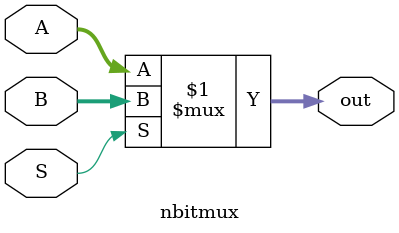
<source format=v>
/*  * Module: nbitReg.v  
* Project: milestone 2  
* Author: laila khashaba -lailakhashaba@aucegypt.edu
jannah soliman- jannahsoliman9@aucegypt.edu
* Description: nbit multiplexer 
*  
* Change history: 10/4/23 -  added module
               
*  **********************************************************************/
module nbitmux #(parameter N=32)
( 
input [N-1:0]A,
input [N-1:0]B,
input S, 
output [N-1:0]out

 );
 
 assign out = S? B:A;
 endmodule

</source>
